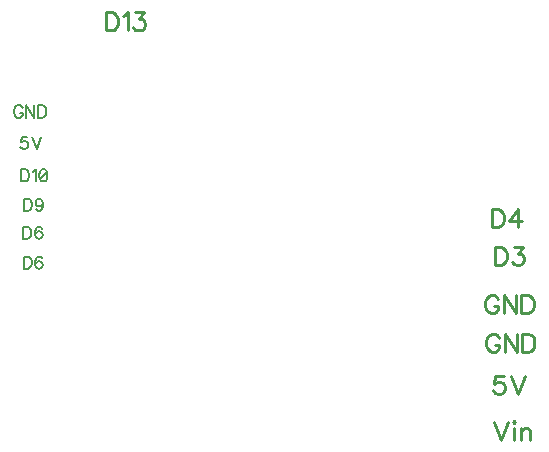
<source format=gbr>
G04 DipTrace 3.0.0.2*
G04 TopSilk.gbr*
%MOIN*%
G04 #@! TF.FileFunction,Legend,Top*
G04 #@! TF.Part,Single*
%ADD32C,0.009264*%
%ADD33C,0.006176*%
%FSLAX26Y26*%
G04*
G70*
G90*
G75*
G01*
G04 TopSilk*
%LPD*%
X-256460Y314313D2*
D33*
X-258362Y318115D1*
X-262208Y321962D1*
X-266011Y323863D1*
X-273660D1*
X-277507Y321962D1*
X-281309Y318115D1*
X-283255Y314313D1*
X-285156Y308565D1*
Y298970D1*
X-283255Y293266D1*
X-281309Y289420D1*
X-277507Y285617D1*
X-273660Y283671D1*
X-266011D1*
X-262208Y285617D1*
X-258362Y289420D1*
X-256460Y293266D1*
Y298970D1*
X-266011D1*
X-217314Y323863D2*
Y283671D1*
X-244109Y323863D1*
Y283671D1*
X-204963Y323863D2*
Y283671D1*
X-191566D1*
X-185817Y285617D1*
X-181971Y289420D1*
X-180069Y293266D1*
X-178168Y298970D1*
Y308565D1*
X-180069Y314313D1*
X-181971Y318115D1*
X-185817Y321962D1*
X-191566Y323863D1*
X-204963D1*
X-241035Y218874D2*
X-260136D1*
X-262038Y201675D1*
X-260136Y203576D1*
X-254388Y205521D1*
X-248684D1*
X-242936Y203576D1*
X-239090Y199773D1*
X-237188Y194025D1*
Y190223D1*
X-239090Y184475D1*
X-242936Y180628D1*
X-248684Y178727D1*
X-254388D1*
X-260136Y180628D1*
X-262038Y182573D1*
X-263983Y186376D1*
X-224837Y218919D2*
X-209538Y178727D1*
X-194240Y218919D1*
X-261849Y110950D2*
Y70758D1*
X-248452D1*
X-242704Y72704D1*
X-238857Y76506D1*
X-236956Y80353D1*
X-235054Y86057D1*
Y95652D1*
X-236956Y101400D1*
X-238857Y105202D1*
X-242704Y109049D1*
X-248452Y110950D1*
X-261849D1*
X-222703Y103257D2*
X-218856Y105202D1*
X-213108Y110906D1*
Y70758D1*
X-189261Y110906D2*
X-195009Y109005D1*
X-198856Y103257D1*
X-200757Y93706D1*
Y87958D1*
X-198856Y78407D1*
X-195009Y72659D1*
X-189261Y70758D1*
X-185458D1*
X-179710Y72659D1*
X-175908Y78407D1*
X-173962Y87958D1*
Y93706D1*
X-175908Y103257D1*
X-179710Y109005D1*
X-185458Y110906D1*
X-189261D1*
X-175908Y103257D2*
X-198856Y78407D1*
X-252610Y12682D2*
Y-27510D1*
X-239213D1*
X-233465Y-25564D1*
X-229618Y-21762D1*
X-227717Y-17915D1*
X-225816Y-12211D1*
Y-2616D1*
X-227717Y3132D1*
X-229618Y6934D1*
X-233465Y10781D1*
X-239213Y12682D1*
X-252610D1*
X-188571Y-715D2*
X-190516Y-6463D1*
X-194319Y-10310D1*
X-200067Y-12211D1*
X-201968D1*
X-207716Y-10310D1*
X-211519Y-6463D1*
X-213464Y-715D1*
Y1186D1*
X-211519Y6934D1*
X-207716Y10737D1*
X-201968Y12638D1*
X-200067D1*
X-194319Y10737D1*
X-190516Y6934D1*
X-188571Y-715D1*
Y-10310D1*
X-190516Y-19860D1*
X-194319Y-25608D1*
X-200067Y-27510D1*
X-203869D1*
X-209617Y-25608D1*
X-211519Y-21762D1*
X-253870Y-80651D2*
Y-120843D1*
X-240473D1*
X-234725Y-118897D1*
X-230878Y-115095D1*
X-228977Y-111248D1*
X-227075Y-105544D1*
Y-95950D1*
X-228977Y-90202D1*
X-230878Y-86399D1*
X-234725Y-82552D1*
X-240473Y-80651D1*
X-253870D1*
X-191776Y-86399D2*
X-193677Y-82596D1*
X-199425Y-80695D1*
X-203228D1*
X-208976Y-82596D1*
X-212823Y-88344D1*
X-214724Y-97895D1*
Y-107446D1*
X-212823Y-115095D1*
X-208976Y-118942D1*
X-203228Y-120843D1*
X-201327D1*
X-195623Y-118942D1*
X-191776Y-115095D1*
X-189875Y-109347D1*
Y-107446D1*
X-191776Y-101698D1*
X-195623Y-97895D1*
X-201327Y-95994D1*
X-203228D1*
X-208976Y-97895D1*
X-212823Y-101698D1*
X-214724Y-107446D1*
X-253450Y-179717D2*
Y-219909D1*
X-240053D1*
X-234305Y-217963D1*
X-230458Y-214161D1*
X-228557Y-210314D1*
X-226656Y-204610D1*
Y-195015D1*
X-228557Y-189267D1*
X-230458Y-185465D1*
X-234305Y-181618D1*
X-240053Y-179717D1*
X-253450D1*
X-191356Y-185465D2*
X-193258Y-181662D1*
X-199006Y-179761D1*
X-202808D1*
X-208556Y-181662D1*
X-212403Y-187410D1*
X-214304Y-196961D1*
Y-206511D1*
X-212403Y-214161D1*
X-208556Y-218007D1*
X-202808Y-219909D1*
X-200907D1*
X-195203Y-218007D1*
X-191356Y-214161D1*
X-189455Y-208413D1*
Y-206511D1*
X-191356Y-200763D1*
X-195203Y-196961D1*
X-200907Y-195059D1*
X-202808D1*
X-208556Y-196961D1*
X-212403Y-200763D1*
X-214304Y-206511D1*
X1314498Y-730479D2*
D32*
X1337446Y-790767D1*
X1360394Y-730479D1*
X1378921D2*
X1381773Y-733331D1*
X1384691Y-730479D1*
X1381773Y-727561D1*
X1378921Y-730479D1*
X1381773Y-750575D2*
Y-790767D1*
X1403218Y-750575D2*
Y-790767D1*
Y-762049D2*
X1411840Y-753427D1*
X1417610Y-750575D1*
X1426166D1*
X1431936Y-753427D1*
X1434788Y-762049D1*
Y-790767D1*
X1346820Y-577265D2*
X1318168D1*
X1315316Y-603064D1*
X1318168Y-600212D1*
X1326790Y-597294D1*
X1335346D1*
X1343968Y-600212D1*
X1349738Y-605916D1*
X1352590Y-614538D1*
Y-620242D1*
X1349738Y-628864D1*
X1343968Y-634634D1*
X1335346Y-637486D1*
X1326790D1*
X1318168Y-634634D1*
X1315316Y-631716D1*
X1312398Y-626012D1*
X1371117Y-577198D2*
X1394065Y-637486D1*
X1417013Y-577198D1*
X1332345Y-451892D2*
X1329493Y-446188D1*
X1323723Y-440418D1*
X1318019Y-437566D1*
X1306545D1*
X1300775Y-440418D1*
X1295071Y-446188D1*
X1292153Y-451892D1*
X1289301Y-460514D1*
Y-474906D1*
X1292153Y-483461D1*
X1295071Y-489232D1*
X1300775Y-494935D1*
X1306545Y-497854D1*
X1318019D1*
X1323723Y-494935D1*
X1329493Y-489232D1*
X1332345Y-483461D1*
Y-474906D1*
X1318019D1*
X1391064Y-437566D2*
Y-497854D1*
X1350872Y-437566D1*
Y-497854D1*
X1409591Y-437566D2*
Y-497854D1*
X1429687D1*
X1438309Y-494935D1*
X1444079Y-489232D1*
X1446931Y-483461D1*
X1449783Y-474906D1*
Y-460514D1*
X1446931Y-451892D1*
X1444079Y-446188D1*
X1438309Y-440418D1*
X1429687Y-437566D1*
X1409591D1*
X1329195Y-322758D2*
X1326343Y-317054D1*
X1320573Y-311284D1*
X1314870Y-308432D1*
X1303396D1*
X1297625Y-311284D1*
X1291922Y-317054D1*
X1289003Y-322758D1*
X1286151Y-331380D1*
Y-345772D1*
X1289003Y-354328D1*
X1291922Y-360098D1*
X1297625Y-365802D1*
X1303396Y-368720D1*
X1314870D1*
X1320573Y-365802D1*
X1326343Y-360098D1*
X1329195Y-354328D1*
Y-345772D1*
X1314870D1*
X1387914Y-308432D2*
Y-368720D1*
X1347722Y-308432D1*
Y-368720D1*
X1406442Y-308432D2*
Y-368720D1*
X1426538D1*
X1435160Y-365802D1*
X1440930Y-360098D1*
X1443782Y-354328D1*
X1446634Y-345772D1*
Y-331380D1*
X1443782Y-322758D1*
X1440930Y-317054D1*
X1435160Y-311284D1*
X1426538Y-308432D1*
X1406442D1*
X1306624Y-21818D2*
Y-82106D1*
X1326720D1*
X1335342Y-79187D1*
X1341112Y-73484D1*
X1343964Y-67713D1*
X1346816Y-59158D1*
Y-44766D1*
X1343964Y-36143D1*
X1341112Y-30440D1*
X1335342Y-24670D1*
X1326720Y-21818D1*
X1306624D1*
X1394061Y-82106D2*
Y-21884D1*
X1365343Y-62010D1*
X1408387D1*
X1317123Y-147802D2*
Y-208090D1*
X1337219D1*
X1345841Y-205172D1*
X1351611Y-199468D1*
X1354463Y-193698D1*
X1357315Y-185142D1*
Y-170750D1*
X1354463Y-162128D1*
X1351611Y-156424D1*
X1345841Y-150654D1*
X1337219Y-147802D1*
X1317123D1*
X1381612Y-147868D2*
X1413115D1*
X1395938Y-170816D1*
X1404560D1*
X1410264Y-173668D1*
X1413115Y-176520D1*
X1416034Y-185142D1*
Y-190846D1*
X1413115Y-199468D1*
X1407412Y-205238D1*
X1398790Y-208090D1*
X1390168D1*
X1381612Y-205238D1*
X1378760Y-202320D1*
X1375842Y-196616D1*
X20535Y634350D2*
Y574062D1*
X40631D1*
X49253Y576981D1*
X55023Y582684D1*
X57875Y588455D1*
X60727Y597010D1*
Y611402D1*
X57875Y620024D1*
X55023Y625728D1*
X49253Y631498D1*
X40631Y634350D1*
X20535D1*
X79254Y622810D2*
X85024Y625728D1*
X93646Y634284D1*
Y574062D1*
X117943Y634284D2*
X149447D1*
X132269Y611336D1*
X140891D1*
X146595Y608484D1*
X149447Y605632D1*
X152365Y597010D1*
Y591306D1*
X149447Y582684D1*
X143743Y576914D1*
X135121Y574062D1*
X126499D1*
X117943Y576914D1*
X115091Y579832D1*
X112173Y585536D1*
M02*

</source>
